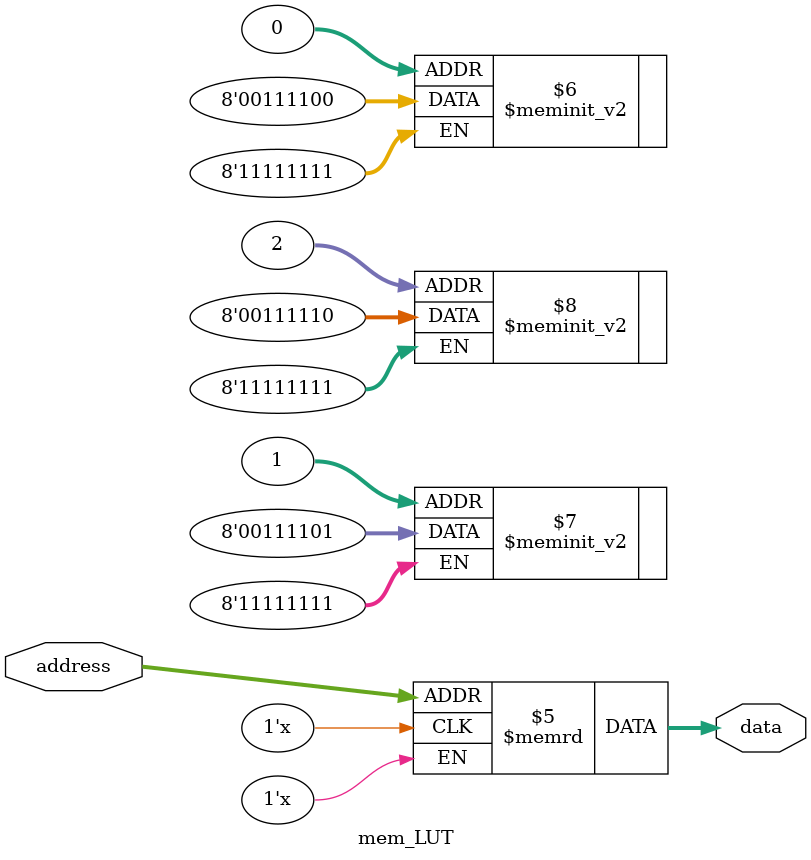
<source format=sv>
module mem_LUT (
  input [4:0] address,
  output logic [7:0] data
);

 logic [7:0] lut [0:31];

  initial begin
    lut[0] = 60;
    lut[1] = 61;
    lut[2] = 62;
  end

  always_comb begin
    data = lut[address];
  end

endmodule

</source>
